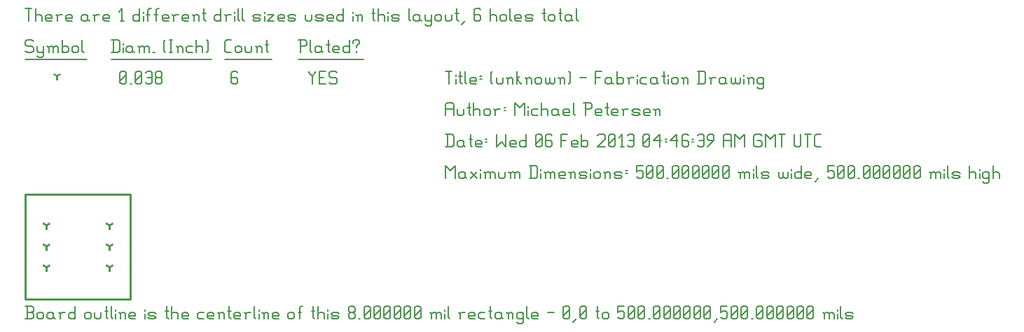
<source format=gbr>
G04 start of page 11 for group -3984 idx -3984 *
G04 Title: (unknown), fab *
G04 Creator: pcb 20110918 *
G04 CreationDate: Wed 06 Feb 2013 04:46:39 AM GMT UTC *
G04 For: petersen *
G04 Format: Gerber/RS-274X *
G04 PCB-Dimensions: 50000 50000 *
G04 PCB-Coordinate-Origin: lower left *
%MOIN*%
%FSLAX25Y25*%
%LNFAB*%
%ADD42C,0.0100*%
%ADD41C,0.0060*%
%ADD40C,0.0001*%
%ADD39R,0.0080X0.0080*%
G54D39*X40000Y35000D02*Y33400D01*
G54D40*G36*
X39454Y35147D02*X41533Y36346D01*
X41933Y35653D01*
X39853Y34454D01*
X39454Y35147D01*
G37*
G36*
X40147Y34454D02*X38067Y35653D01*
X38467Y36346D01*
X40546Y35147D01*
X40147Y34454D01*
G37*
G54D39*X10000Y25000D02*Y23400D01*
G54D40*G36*
X9454Y25147D02*X11533Y26346D01*
X11933Y25653D01*
X9853Y24454D01*
X9454Y25147D01*
G37*
G36*
X10147Y24454D02*X8067Y25653D01*
X8467Y26346D01*
X10546Y25147D01*
X10147Y24454D01*
G37*
G54D39*X10000Y15000D02*Y13400D01*
G54D40*G36*
X9454Y15147D02*X11533Y16346D01*
X11933Y15653D01*
X9853Y14454D01*
X9454Y15147D01*
G37*
G36*
X10147Y14454D02*X8067Y15653D01*
X8467Y16346D01*
X10546Y15147D01*
X10147Y14454D01*
G37*
G54D39*X40000Y25000D02*Y23400D01*
G54D40*G36*
X39454Y25147D02*X41533Y26346D01*
X41933Y25653D01*
X39853Y24454D01*
X39454Y25147D01*
G37*
G36*
X40147Y24454D02*X38067Y25653D01*
X38467Y26346D01*
X40546Y25147D01*
X40147Y24454D01*
G37*
G54D39*X10000Y35000D02*Y33400D01*
G54D40*G36*
X9454Y35147D02*X11533Y36346D01*
X11933Y35653D01*
X9853Y34454D01*
X9454Y35147D01*
G37*
G36*
X10147Y34454D02*X8067Y35653D01*
X8467Y36346D01*
X10546Y35147D01*
X10147Y34454D01*
G37*
G54D39*X40000Y15000D02*Y13400D01*
G54D40*G36*
X39454Y15147D02*X41533Y16346D01*
X41933Y15653D01*
X39853Y14454D01*
X39454Y15147D01*
G37*
G36*
X40147Y14454D02*X38067Y15653D01*
X38467Y16346D01*
X40546Y15147D01*
X40147Y14454D01*
G37*
G54D39*X15000Y106250D02*Y104650D01*
G54D40*G36*
X14454Y106397D02*X16533Y107596D01*
X16933Y106903D01*
X14853Y105704D01*
X14454Y106397D01*
G37*
G36*
X15147Y105704D02*X13067Y106903D01*
X13467Y107596D01*
X15546Y106397D01*
X15147Y105704D01*
G37*
G54D41*X135000Y108500D02*Y107750D01*
X136500Y106250D01*
X138000Y107750D01*
Y108500D02*Y107750D01*
X136500Y106250D02*Y102500D01*
X139800Y105500D02*X142050D01*
X139800Y102500D02*X142800D01*
X139800Y108500D02*Y102500D01*
Y108500D02*X142800D01*
X147600D02*X148350Y107750D01*
X145350Y108500D02*X147600D01*
X144600Y107750D02*X145350Y108500D01*
X144600Y107750D02*Y106250D01*
X145350Y105500D01*
X147600D01*
X148350Y104750D01*
Y103250D01*
X147600Y102500D02*X148350Y103250D01*
X145350Y102500D02*X147600D01*
X144600Y103250D02*X145350Y102500D01*
X100250Y108500D02*X101000Y107750D01*
X98750Y108500D02*X100250D01*
X98000Y107750D02*X98750Y108500D01*
X98000Y107750D02*Y103250D01*
X98750Y102500D01*
X100250Y105500D02*X101000Y104750D01*
X98000Y105500D02*X100250D01*
X98750Y102500D02*X100250D01*
X101000Y103250D01*
Y104750D02*Y103250D01*
X45000D02*X45750Y102500D01*
X45000Y107750D02*Y103250D01*
Y107750D02*X45750Y108500D01*
X47250D01*
X48000Y107750D01*
Y103250D01*
X47250Y102500D02*X48000Y103250D01*
X45750Y102500D02*X47250D01*
X45000Y104000D02*X48000Y107000D01*
X49800Y102500D02*X50550D01*
X52350Y103250D02*X53100Y102500D01*
X52350Y107750D02*Y103250D01*
Y107750D02*X53100Y108500D01*
X54600D01*
X55350Y107750D01*
Y103250D01*
X54600Y102500D02*X55350Y103250D01*
X53100Y102500D02*X54600D01*
X52350Y104000D02*X55350Y107000D01*
X57150Y107750D02*X57900Y108500D01*
X59400D01*
X60150Y107750D01*
Y103250D01*
X59400Y102500D02*X60150Y103250D01*
X57900Y102500D02*X59400D01*
X57150Y103250D02*X57900Y102500D01*
Y105500D02*X60150D01*
X61950Y103250D02*X62700Y102500D01*
X61950Y104750D02*Y103250D01*
Y104750D02*X62700Y105500D01*
X64200D01*
X64950Y104750D01*
Y103250D01*
X64200Y102500D02*X64950Y103250D01*
X62700Y102500D02*X64200D01*
X61950Y106250D02*X62700Y105500D01*
X61950Y107750D02*Y106250D01*
Y107750D02*X62700Y108500D01*
X64200D01*
X64950Y107750D01*
Y106250D01*
X64200Y105500D02*X64950Y106250D01*
X3000Y123500D02*X3750Y122750D01*
X750Y123500D02*X3000D01*
X0Y122750D02*X750Y123500D01*
X0Y122750D02*Y121250D01*
X750Y120500D01*
X3000D01*
X3750Y119750D01*
Y118250D01*
X3000Y117500D02*X3750Y118250D01*
X750Y117500D02*X3000D01*
X0Y118250D02*X750Y117500D01*
X5550Y120500D02*Y118250D01*
X6300Y117500D01*
X8550Y120500D02*Y116000D01*
X7800Y115250D02*X8550Y116000D01*
X6300Y115250D02*X7800D01*
X5550Y116000D02*X6300Y115250D01*
Y117500D02*X7800D01*
X8550Y118250D01*
X11100Y119750D02*Y117500D01*
Y119750D02*X11850Y120500D01*
X12600D01*
X13350Y119750D01*
Y117500D01*
Y119750D02*X14100Y120500D01*
X14850D01*
X15600Y119750D01*
Y117500D01*
X10350Y120500D02*X11100Y119750D01*
X17400Y123500D02*Y117500D01*
Y118250D02*X18150Y117500D01*
X19650D01*
X20400Y118250D01*
Y119750D02*Y118250D01*
X19650Y120500D02*X20400Y119750D01*
X18150Y120500D02*X19650D01*
X17400Y119750D02*X18150Y120500D01*
X22200Y119750D02*Y118250D01*
Y119750D02*X22950Y120500D01*
X24450D01*
X25200Y119750D01*
Y118250D01*
X24450Y117500D02*X25200Y118250D01*
X22950Y117500D02*X24450D01*
X22200Y118250D02*X22950Y117500D01*
X27000Y123500D02*Y118250D01*
X27750Y117500D01*
X0Y114250D02*X29250D01*
X41750Y123500D02*Y117500D01*
X44000Y123500D02*X44750Y122750D01*
Y118250D01*
X44000Y117500D02*X44750Y118250D01*
X41000Y117500D02*X44000D01*
X41000Y123500D02*X44000D01*
X46550Y122000D02*Y121250D01*
Y119750D02*Y117500D01*
X50300Y120500D02*X51050Y119750D01*
X48800Y120500D02*X50300D01*
X48050Y119750D02*X48800Y120500D01*
X48050Y119750D02*Y118250D01*
X48800Y117500D01*
X51050Y120500D02*Y118250D01*
X51800Y117500D01*
X48800D02*X50300D01*
X51050Y118250D01*
X54350Y119750D02*Y117500D01*
Y119750D02*X55100Y120500D01*
X55850D01*
X56600Y119750D01*
Y117500D01*
Y119750D02*X57350Y120500D01*
X58100D01*
X58850Y119750D01*
Y117500D01*
X53600Y120500D02*X54350Y119750D01*
X60650Y117500D02*X61400D01*
X65900Y118250D02*X66650Y117500D01*
X65900Y122750D02*X66650Y123500D01*
X65900Y122750D02*Y118250D01*
X68450Y123500D02*X69950D01*
X69200D02*Y117500D01*
X68450D02*X69950D01*
X72500Y119750D02*Y117500D01*
Y119750D02*X73250Y120500D01*
X74000D01*
X74750Y119750D01*
Y117500D01*
X71750Y120500D02*X72500Y119750D01*
X77300Y120500D02*X79550D01*
X76550Y119750D02*X77300Y120500D01*
X76550Y119750D02*Y118250D01*
X77300Y117500D01*
X79550D01*
X81350Y123500D02*Y117500D01*
Y119750D02*X82100Y120500D01*
X83600D01*
X84350Y119750D01*
Y117500D01*
X86150Y123500D02*X86900Y122750D01*
Y118250D01*
X86150Y117500D02*X86900Y118250D01*
X41000Y114250D02*X88700D01*
X95750Y117500D02*X98000D01*
X95000Y118250D02*X95750Y117500D01*
X95000Y122750D02*Y118250D01*
Y122750D02*X95750Y123500D01*
X98000D01*
X99800Y119750D02*Y118250D01*
Y119750D02*X100550Y120500D01*
X102050D01*
X102800Y119750D01*
Y118250D01*
X102050Y117500D02*X102800Y118250D01*
X100550Y117500D02*X102050D01*
X99800Y118250D02*X100550Y117500D01*
X104600Y120500D02*Y118250D01*
X105350Y117500D01*
X106850D01*
X107600Y118250D01*
Y120500D02*Y118250D01*
X110150Y119750D02*Y117500D01*
Y119750D02*X110900Y120500D01*
X111650D01*
X112400Y119750D01*
Y117500D01*
X109400Y120500D02*X110150Y119750D01*
X114950Y123500D02*Y118250D01*
X115700Y117500D01*
X114200Y121250D02*X115700D01*
X95000Y114250D02*X117200D01*
X130750Y123500D02*Y117500D01*
X130000Y123500D02*X133000D01*
X133750Y122750D01*
Y121250D01*
X133000Y120500D02*X133750Y121250D01*
X130750Y120500D02*X133000D01*
X135550Y123500D02*Y118250D01*
X136300Y117500D01*
X140050Y120500D02*X140800Y119750D01*
X138550Y120500D02*X140050D01*
X137800Y119750D02*X138550Y120500D01*
X137800Y119750D02*Y118250D01*
X138550Y117500D01*
X140800Y120500D02*Y118250D01*
X141550Y117500D01*
X138550D02*X140050D01*
X140800Y118250D01*
X144100Y123500D02*Y118250D01*
X144850Y117500D01*
X143350Y121250D02*X144850D01*
X147100Y117500D02*X149350D01*
X146350Y118250D02*X147100Y117500D01*
X146350Y119750D02*Y118250D01*
Y119750D02*X147100Y120500D01*
X148600D01*
X149350Y119750D01*
X146350Y119000D02*X149350D01*
Y119750D02*Y119000D01*
X154150Y123500D02*Y117500D01*
X153400D02*X154150Y118250D01*
X151900Y117500D02*X153400D01*
X151150Y118250D02*X151900Y117500D01*
X151150Y119750D02*Y118250D01*
Y119750D02*X151900Y120500D01*
X153400D01*
X154150Y119750D01*
X157450Y120500D02*Y119750D01*
Y118250D02*Y117500D01*
X155950Y122750D02*Y122000D01*
Y122750D02*X156700Y123500D01*
X158200D01*
X158950Y122750D01*
Y122000D01*
X157450Y120500D02*X158950Y122000D01*
X130000Y114250D02*X160750D01*
X0Y138500D02*X3000D01*
X1500D02*Y132500D01*
X4800Y138500D02*Y132500D01*
Y134750D02*X5550Y135500D01*
X7050D01*
X7800Y134750D01*
Y132500D01*
X10350D02*X12600D01*
X9600Y133250D02*X10350Y132500D01*
X9600Y134750D02*Y133250D01*
Y134750D02*X10350Y135500D01*
X11850D01*
X12600Y134750D01*
X9600Y134000D02*X12600D01*
Y134750D02*Y134000D01*
X15150Y134750D02*Y132500D01*
Y134750D02*X15900Y135500D01*
X17400D01*
X14400D02*X15150Y134750D01*
X19950Y132500D02*X22200D01*
X19200Y133250D02*X19950Y132500D01*
X19200Y134750D02*Y133250D01*
Y134750D02*X19950Y135500D01*
X21450D01*
X22200Y134750D01*
X19200Y134000D02*X22200D01*
Y134750D02*Y134000D01*
X28950Y135500D02*X29700Y134750D01*
X27450Y135500D02*X28950D01*
X26700Y134750D02*X27450Y135500D01*
X26700Y134750D02*Y133250D01*
X27450Y132500D01*
X29700Y135500D02*Y133250D01*
X30450Y132500D01*
X27450D02*X28950D01*
X29700Y133250D01*
X33000Y134750D02*Y132500D01*
Y134750D02*X33750Y135500D01*
X35250D01*
X32250D02*X33000Y134750D01*
X37800Y132500D02*X40050D01*
X37050Y133250D02*X37800Y132500D01*
X37050Y134750D02*Y133250D01*
Y134750D02*X37800Y135500D01*
X39300D01*
X40050Y134750D01*
X37050Y134000D02*X40050D01*
Y134750D02*Y134000D01*
X45300Y132500D02*X46800D01*
X46050Y138500D02*Y132500D01*
X44550Y137000D02*X46050Y138500D01*
X54300D02*Y132500D01*
X53550D02*X54300Y133250D01*
X52050Y132500D02*X53550D01*
X51300Y133250D02*X52050Y132500D01*
X51300Y134750D02*Y133250D01*
Y134750D02*X52050Y135500D01*
X53550D01*
X54300Y134750D01*
X56100Y137000D02*Y136250D01*
Y134750D02*Y132500D01*
X58350Y137750D02*Y132500D01*
Y137750D02*X59100Y138500D01*
X59850D01*
X57600Y135500D02*X59100D01*
X62100Y137750D02*Y132500D01*
Y137750D02*X62850Y138500D01*
X63600D01*
X61350Y135500D02*X62850D01*
X65850Y132500D02*X68100D01*
X65100Y133250D02*X65850Y132500D01*
X65100Y134750D02*Y133250D01*
Y134750D02*X65850Y135500D01*
X67350D01*
X68100Y134750D01*
X65100Y134000D02*X68100D01*
Y134750D02*Y134000D01*
X70650Y134750D02*Y132500D01*
Y134750D02*X71400Y135500D01*
X72900D01*
X69900D02*X70650Y134750D01*
X75450Y132500D02*X77700D01*
X74700Y133250D02*X75450Y132500D01*
X74700Y134750D02*Y133250D01*
Y134750D02*X75450Y135500D01*
X76950D01*
X77700Y134750D01*
X74700Y134000D02*X77700D01*
Y134750D02*Y134000D01*
X80250Y134750D02*Y132500D01*
Y134750D02*X81000Y135500D01*
X81750D01*
X82500Y134750D01*
Y132500D01*
X79500Y135500D02*X80250Y134750D01*
X85050Y138500D02*Y133250D01*
X85800Y132500D01*
X84300Y136250D02*X85800D01*
X93000Y138500D02*Y132500D01*
X92250D02*X93000Y133250D01*
X90750Y132500D02*X92250D01*
X90000Y133250D02*X90750Y132500D01*
X90000Y134750D02*Y133250D01*
Y134750D02*X90750Y135500D01*
X92250D01*
X93000Y134750D01*
X95550D02*Y132500D01*
Y134750D02*X96300Y135500D01*
X97800D01*
X94800D02*X95550Y134750D01*
X99600Y137000D02*Y136250D01*
Y134750D02*Y132500D01*
X101100Y138500D02*Y133250D01*
X101850Y132500D01*
X103350Y138500D02*Y133250D01*
X104100Y132500D01*
X109050D02*X111300D01*
X112050Y133250D01*
X111300Y134000D02*X112050Y133250D01*
X109050Y134000D02*X111300D01*
X108300Y134750D02*X109050Y134000D01*
X108300Y134750D02*X109050Y135500D01*
X111300D01*
X112050Y134750D01*
X108300Y133250D02*X109050Y132500D01*
X113850Y137000D02*Y136250D01*
Y134750D02*Y132500D01*
X115350Y135500D02*X118350D01*
X115350Y132500D02*X118350Y135500D01*
X115350Y132500D02*X118350D01*
X120900D02*X123150D01*
X120150Y133250D02*X120900Y132500D01*
X120150Y134750D02*Y133250D01*
Y134750D02*X120900Y135500D01*
X122400D01*
X123150Y134750D01*
X120150Y134000D02*X123150D01*
Y134750D02*Y134000D01*
X125700Y132500D02*X127950D01*
X128700Y133250D01*
X127950Y134000D02*X128700Y133250D01*
X125700Y134000D02*X127950D01*
X124950Y134750D02*X125700Y134000D01*
X124950Y134750D02*X125700Y135500D01*
X127950D01*
X128700Y134750D01*
X124950Y133250D02*X125700Y132500D01*
X133200Y135500D02*Y133250D01*
X133950Y132500D01*
X135450D01*
X136200Y133250D01*
Y135500D02*Y133250D01*
X138750Y132500D02*X141000D01*
X141750Y133250D01*
X141000Y134000D02*X141750Y133250D01*
X138750Y134000D02*X141000D01*
X138000Y134750D02*X138750Y134000D01*
X138000Y134750D02*X138750Y135500D01*
X141000D01*
X141750Y134750D01*
X138000Y133250D02*X138750Y132500D01*
X144300D02*X146550D01*
X143550Y133250D02*X144300Y132500D01*
X143550Y134750D02*Y133250D01*
Y134750D02*X144300Y135500D01*
X145800D01*
X146550Y134750D01*
X143550Y134000D02*X146550D01*
Y134750D02*Y134000D01*
X151350Y138500D02*Y132500D01*
X150600D02*X151350Y133250D01*
X149100Y132500D02*X150600D01*
X148350Y133250D02*X149100Y132500D01*
X148350Y134750D02*Y133250D01*
Y134750D02*X149100Y135500D01*
X150600D01*
X151350Y134750D01*
X155850Y137000D02*Y136250D01*
Y134750D02*Y132500D01*
X158100Y134750D02*Y132500D01*
Y134750D02*X158850Y135500D01*
X159600D01*
X160350Y134750D01*
Y132500D01*
X157350Y135500D02*X158100Y134750D01*
X165600Y138500D02*Y133250D01*
X166350Y132500D01*
X164850Y136250D02*X166350D01*
X167850Y138500D02*Y132500D01*
Y134750D02*X168600Y135500D01*
X170100D01*
X170850Y134750D01*
Y132500D01*
X172650Y137000D02*Y136250D01*
Y134750D02*Y132500D01*
X174900D02*X177150D01*
X177900Y133250D01*
X177150Y134000D02*X177900Y133250D01*
X174900Y134000D02*X177150D01*
X174150Y134750D02*X174900Y134000D01*
X174150Y134750D02*X174900Y135500D01*
X177150D01*
X177900Y134750D01*
X174150Y133250D02*X174900Y132500D01*
X182400Y138500D02*Y133250D01*
X183150Y132500D01*
X186900Y135500D02*X187650Y134750D01*
X185400Y135500D02*X186900D01*
X184650Y134750D02*X185400Y135500D01*
X184650Y134750D02*Y133250D01*
X185400Y132500D01*
X187650Y135500D02*Y133250D01*
X188400Y132500D01*
X185400D02*X186900D01*
X187650Y133250D01*
X190200Y135500D02*Y133250D01*
X190950Y132500D01*
X193200Y135500D02*Y131000D01*
X192450Y130250D02*X193200Y131000D01*
X190950Y130250D02*X192450D01*
X190200Y131000D02*X190950Y130250D01*
Y132500D02*X192450D01*
X193200Y133250D01*
X195000Y134750D02*Y133250D01*
Y134750D02*X195750Y135500D01*
X197250D01*
X198000Y134750D01*
Y133250D01*
X197250Y132500D02*X198000Y133250D01*
X195750Y132500D02*X197250D01*
X195000Y133250D02*X195750Y132500D01*
X199800Y135500D02*Y133250D01*
X200550Y132500D01*
X202050D01*
X202800Y133250D01*
Y135500D02*Y133250D01*
X205350Y138500D02*Y133250D01*
X206100Y132500D01*
X204600Y136250D02*X206100D01*
X207600Y131000D02*X209100Y132500D01*
X215850Y138500D02*X216600Y137750D01*
X214350Y138500D02*X215850D01*
X213600Y137750D02*X214350Y138500D01*
X213600Y137750D02*Y133250D01*
X214350Y132500D01*
X215850Y135500D02*X216600Y134750D01*
X213600Y135500D02*X215850D01*
X214350Y132500D02*X215850D01*
X216600Y133250D01*
Y134750D02*Y133250D01*
X221100Y138500D02*Y132500D01*
Y134750D02*X221850Y135500D01*
X223350D01*
X224100Y134750D01*
Y132500D01*
X225900Y134750D02*Y133250D01*
Y134750D02*X226650Y135500D01*
X228150D01*
X228900Y134750D01*
Y133250D01*
X228150Y132500D02*X228900Y133250D01*
X226650Y132500D02*X228150D01*
X225900Y133250D02*X226650Y132500D01*
X230700Y138500D02*Y133250D01*
X231450Y132500D01*
X233700D02*X235950D01*
X232950Y133250D02*X233700Y132500D01*
X232950Y134750D02*Y133250D01*
Y134750D02*X233700Y135500D01*
X235200D01*
X235950Y134750D01*
X232950Y134000D02*X235950D01*
Y134750D02*Y134000D01*
X238500Y132500D02*X240750D01*
X241500Y133250D01*
X240750Y134000D02*X241500Y133250D01*
X238500Y134000D02*X240750D01*
X237750Y134750D02*X238500Y134000D01*
X237750Y134750D02*X238500Y135500D01*
X240750D01*
X241500Y134750D01*
X237750Y133250D02*X238500Y132500D01*
X246750Y138500D02*Y133250D01*
X247500Y132500D01*
X246000Y136250D02*X247500D01*
X249000Y134750D02*Y133250D01*
Y134750D02*X249750Y135500D01*
X251250D01*
X252000Y134750D01*
Y133250D01*
X251250Y132500D02*X252000Y133250D01*
X249750Y132500D02*X251250D01*
X249000Y133250D02*X249750Y132500D01*
X254550Y138500D02*Y133250D01*
X255300Y132500D01*
X253800Y136250D02*X255300D01*
X259050Y135500D02*X259800Y134750D01*
X257550Y135500D02*X259050D01*
X256800Y134750D02*X257550Y135500D01*
X256800Y134750D02*Y133250D01*
X257550Y132500D01*
X259800Y135500D02*Y133250D01*
X260550Y132500D01*
X257550D02*X259050D01*
X259800Y133250D01*
X262350Y138500D02*Y133250D01*
X263100Y132500D01*
G54D42*X0Y50000D02*X50000D01*
X0D02*Y0D01*
X50000Y50000D02*Y0D01*
X0D02*X50000D01*
G54D41*X200000Y63500D02*Y57500D01*
Y63500D02*X202250Y61250D01*
X204500Y63500D01*
Y57500D01*
X208550Y60500D02*X209300Y59750D01*
X207050Y60500D02*X208550D01*
X206300Y59750D02*X207050Y60500D01*
X206300Y59750D02*Y58250D01*
X207050Y57500D01*
X209300Y60500D02*Y58250D01*
X210050Y57500D01*
X207050D02*X208550D01*
X209300Y58250D01*
X211850Y60500D02*X214850Y57500D01*
X211850D02*X214850Y60500D01*
X216650Y62000D02*Y61250D01*
Y59750D02*Y57500D01*
X218900Y59750D02*Y57500D01*
Y59750D02*X219650Y60500D01*
X220400D01*
X221150Y59750D01*
Y57500D01*
Y59750D02*X221900Y60500D01*
X222650D01*
X223400Y59750D01*
Y57500D01*
X218150Y60500D02*X218900Y59750D01*
X225200Y60500D02*Y58250D01*
X225950Y57500D01*
X227450D01*
X228200Y58250D01*
Y60500D02*Y58250D01*
X230750Y59750D02*Y57500D01*
Y59750D02*X231500Y60500D01*
X232250D01*
X233000Y59750D01*
Y57500D01*
Y59750D02*X233750Y60500D01*
X234500D01*
X235250Y59750D01*
Y57500D01*
X230000Y60500D02*X230750Y59750D01*
X240500Y63500D02*Y57500D01*
X242750Y63500D02*X243500Y62750D01*
Y58250D01*
X242750Y57500D02*X243500Y58250D01*
X239750Y57500D02*X242750D01*
X239750Y63500D02*X242750D01*
X245300Y62000D02*Y61250D01*
Y59750D02*Y57500D01*
X247550Y59750D02*Y57500D01*
Y59750D02*X248300Y60500D01*
X249050D01*
X249800Y59750D01*
Y57500D01*
Y59750D02*X250550Y60500D01*
X251300D01*
X252050Y59750D01*
Y57500D01*
X246800Y60500D02*X247550Y59750D01*
X254600Y57500D02*X256850D01*
X253850Y58250D02*X254600Y57500D01*
X253850Y59750D02*Y58250D01*
Y59750D02*X254600Y60500D01*
X256100D01*
X256850Y59750D01*
X253850Y59000D02*X256850D01*
Y59750D02*Y59000D01*
X259400Y59750D02*Y57500D01*
Y59750D02*X260150Y60500D01*
X260900D01*
X261650Y59750D01*
Y57500D01*
X258650Y60500D02*X259400Y59750D01*
X264200Y57500D02*X266450D01*
X267200Y58250D01*
X266450Y59000D02*X267200Y58250D01*
X264200Y59000D02*X266450D01*
X263450Y59750D02*X264200Y59000D01*
X263450Y59750D02*X264200Y60500D01*
X266450D01*
X267200Y59750D01*
X263450Y58250D02*X264200Y57500D01*
X269000Y62000D02*Y61250D01*
Y59750D02*Y57500D01*
X270500Y59750D02*Y58250D01*
Y59750D02*X271250Y60500D01*
X272750D01*
X273500Y59750D01*
Y58250D01*
X272750Y57500D02*X273500Y58250D01*
X271250Y57500D02*X272750D01*
X270500Y58250D02*X271250Y57500D01*
X276050Y59750D02*Y57500D01*
Y59750D02*X276800Y60500D01*
X277550D01*
X278300Y59750D01*
Y57500D01*
X275300Y60500D02*X276050Y59750D01*
X280850Y57500D02*X283100D01*
X283850Y58250D01*
X283100Y59000D02*X283850Y58250D01*
X280850Y59000D02*X283100D01*
X280100Y59750D02*X280850Y59000D01*
X280100Y59750D02*X280850Y60500D01*
X283100D01*
X283850Y59750D01*
X280100Y58250D02*X280850Y57500D01*
X285650Y61250D02*X286400D01*
X285650Y59750D02*X286400D01*
X290900Y63500D02*X293900D01*
X290900D02*Y60500D01*
X291650Y61250D01*
X293150D01*
X293900Y60500D01*
Y58250D01*
X293150Y57500D02*X293900Y58250D01*
X291650Y57500D02*X293150D01*
X290900Y58250D02*X291650Y57500D01*
X295700Y58250D02*X296450Y57500D01*
X295700Y62750D02*Y58250D01*
Y62750D02*X296450Y63500D01*
X297950D01*
X298700Y62750D01*
Y58250D01*
X297950Y57500D02*X298700Y58250D01*
X296450Y57500D02*X297950D01*
X295700Y59000D02*X298700Y62000D01*
X300500Y58250D02*X301250Y57500D01*
X300500Y62750D02*Y58250D01*
Y62750D02*X301250Y63500D01*
X302750D01*
X303500Y62750D01*
Y58250D01*
X302750Y57500D02*X303500Y58250D01*
X301250Y57500D02*X302750D01*
X300500Y59000D02*X303500Y62000D01*
X305300Y57500D02*X306050D01*
X307850Y58250D02*X308600Y57500D01*
X307850Y62750D02*Y58250D01*
Y62750D02*X308600Y63500D01*
X310100D01*
X310850Y62750D01*
Y58250D01*
X310100Y57500D02*X310850Y58250D01*
X308600Y57500D02*X310100D01*
X307850Y59000D02*X310850Y62000D01*
X312650Y58250D02*X313400Y57500D01*
X312650Y62750D02*Y58250D01*
Y62750D02*X313400Y63500D01*
X314900D01*
X315650Y62750D01*
Y58250D01*
X314900Y57500D02*X315650Y58250D01*
X313400Y57500D02*X314900D01*
X312650Y59000D02*X315650Y62000D01*
X317450Y58250D02*X318200Y57500D01*
X317450Y62750D02*Y58250D01*
Y62750D02*X318200Y63500D01*
X319700D01*
X320450Y62750D01*
Y58250D01*
X319700Y57500D02*X320450Y58250D01*
X318200Y57500D02*X319700D01*
X317450Y59000D02*X320450Y62000D01*
X322250Y58250D02*X323000Y57500D01*
X322250Y62750D02*Y58250D01*
Y62750D02*X323000Y63500D01*
X324500D01*
X325250Y62750D01*
Y58250D01*
X324500Y57500D02*X325250Y58250D01*
X323000Y57500D02*X324500D01*
X322250Y59000D02*X325250Y62000D01*
X327050Y58250D02*X327800Y57500D01*
X327050Y62750D02*Y58250D01*
Y62750D02*X327800Y63500D01*
X329300D01*
X330050Y62750D01*
Y58250D01*
X329300Y57500D02*X330050Y58250D01*
X327800Y57500D02*X329300D01*
X327050Y59000D02*X330050Y62000D01*
X331850Y58250D02*X332600Y57500D01*
X331850Y62750D02*Y58250D01*
Y62750D02*X332600Y63500D01*
X334100D01*
X334850Y62750D01*
Y58250D01*
X334100Y57500D02*X334850Y58250D01*
X332600Y57500D02*X334100D01*
X331850Y59000D02*X334850Y62000D01*
X340100Y59750D02*Y57500D01*
Y59750D02*X340850Y60500D01*
X341600D01*
X342350Y59750D01*
Y57500D01*
Y59750D02*X343100Y60500D01*
X343850D01*
X344600Y59750D01*
Y57500D01*
X339350Y60500D02*X340100Y59750D01*
X346400Y62000D02*Y61250D01*
Y59750D02*Y57500D01*
X347900Y63500D02*Y58250D01*
X348650Y57500D01*
X350900D02*X353150D01*
X353900Y58250D01*
X353150Y59000D02*X353900Y58250D01*
X350900Y59000D02*X353150D01*
X350150Y59750D02*X350900Y59000D01*
X350150Y59750D02*X350900Y60500D01*
X353150D01*
X353900Y59750D01*
X350150Y58250D02*X350900Y57500D01*
X358400Y60500D02*Y58250D01*
X359150Y57500D01*
X359900D01*
X360650Y58250D01*
Y60500D02*Y58250D01*
X361400Y57500D01*
X362150D01*
X362900Y58250D01*
Y60500D02*Y58250D01*
X364700Y62000D02*Y61250D01*
Y59750D02*Y57500D01*
X369200Y63500D02*Y57500D01*
X368450D02*X369200Y58250D01*
X366950Y57500D02*X368450D01*
X366200Y58250D02*X366950Y57500D01*
X366200Y59750D02*Y58250D01*
Y59750D02*X366950Y60500D01*
X368450D01*
X369200Y59750D01*
X371750Y57500D02*X374000D01*
X371000Y58250D02*X371750Y57500D01*
X371000Y59750D02*Y58250D01*
Y59750D02*X371750Y60500D01*
X373250D01*
X374000Y59750D01*
X371000Y59000D02*X374000D01*
Y59750D02*Y59000D01*
X375800Y56000D02*X377300Y57500D01*
X381800Y63500D02*X384800D01*
X381800D02*Y60500D01*
X382550Y61250D01*
X384050D01*
X384800Y60500D01*
Y58250D01*
X384050Y57500D02*X384800Y58250D01*
X382550Y57500D02*X384050D01*
X381800Y58250D02*X382550Y57500D01*
X386600Y58250D02*X387350Y57500D01*
X386600Y62750D02*Y58250D01*
Y62750D02*X387350Y63500D01*
X388850D01*
X389600Y62750D01*
Y58250D01*
X388850Y57500D02*X389600Y58250D01*
X387350Y57500D02*X388850D01*
X386600Y59000D02*X389600Y62000D01*
X391400Y58250D02*X392150Y57500D01*
X391400Y62750D02*Y58250D01*
Y62750D02*X392150Y63500D01*
X393650D01*
X394400Y62750D01*
Y58250D01*
X393650Y57500D02*X394400Y58250D01*
X392150Y57500D02*X393650D01*
X391400Y59000D02*X394400Y62000D01*
X396200Y57500D02*X396950D01*
X398750Y58250D02*X399500Y57500D01*
X398750Y62750D02*Y58250D01*
Y62750D02*X399500Y63500D01*
X401000D01*
X401750Y62750D01*
Y58250D01*
X401000Y57500D02*X401750Y58250D01*
X399500Y57500D02*X401000D01*
X398750Y59000D02*X401750Y62000D01*
X403550Y58250D02*X404300Y57500D01*
X403550Y62750D02*Y58250D01*
Y62750D02*X404300Y63500D01*
X405800D01*
X406550Y62750D01*
Y58250D01*
X405800Y57500D02*X406550Y58250D01*
X404300Y57500D02*X405800D01*
X403550Y59000D02*X406550Y62000D01*
X408350Y58250D02*X409100Y57500D01*
X408350Y62750D02*Y58250D01*
Y62750D02*X409100Y63500D01*
X410600D01*
X411350Y62750D01*
Y58250D01*
X410600Y57500D02*X411350Y58250D01*
X409100Y57500D02*X410600D01*
X408350Y59000D02*X411350Y62000D01*
X413150Y58250D02*X413900Y57500D01*
X413150Y62750D02*Y58250D01*
Y62750D02*X413900Y63500D01*
X415400D01*
X416150Y62750D01*
Y58250D01*
X415400Y57500D02*X416150Y58250D01*
X413900Y57500D02*X415400D01*
X413150Y59000D02*X416150Y62000D01*
X417950Y58250D02*X418700Y57500D01*
X417950Y62750D02*Y58250D01*
Y62750D02*X418700Y63500D01*
X420200D01*
X420950Y62750D01*
Y58250D01*
X420200Y57500D02*X420950Y58250D01*
X418700Y57500D02*X420200D01*
X417950Y59000D02*X420950Y62000D01*
X422750Y58250D02*X423500Y57500D01*
X422750Y62750D02*Y58250D01*
Y62750D02*X423500Y63500D01*
X425000D01*
X425750Y62750D01*
Y58250D01*
X425000Y57500D02*X425750Y58250D01*
X423500Y57500D02*X425000D01*
X422750Y59000D02*X425750Y62000D01*
X431000Y59750D02*Y57500D01*
Y59750D02*X431750Y60500D01*
X432500D01*
X433250Y59750D01*
Y57500D01*
Y59750D02*X434000Y60500D01*
X434750D01*
X435500Y59750D01*
Y57500D01*
X430250Y60500D02*X431000Y59750D01*
X437300Y62000D02*Y61250D01*
Y59750D02*Y57500D01*
X438800Y63500D02*Y58250D01*
X439550Y57500D01*
X441800D02*X444050D01*
X444800Y58250D01*
X444050Y59000D02*X444800Y58250D01*
X441800Y59000D02*X444050D01*
X441050Y59750D02*X441800Y59000D01*
X441050Y59750D02*X441800Y60500D01*
X444050D01*
X444800Y59750D01*
X441050Y58250D02*X441800Y57500D01*
X449300Y63500D02*Y57500D01*
Y59750D02*X450050Y60500D01*
X451550D01*
X452300Y59750D01*
Y57500D01*
X454100Y62000D02*Y61250D01*
Y59750D02*Y57500D01*
X457850Y60500D02*X458600Y59750D01*
X456350Y60500D02*X457850D01*
X455600Y59750D02*X456350Y60500D01*
X455600Y59750D02*Y58250D01*
X456350Y57500D01*
X457850D01*
X458600Y58250D01*
X455600Y56000D02*X456350Y55250D01*
X457850D01*
X458600Y56000D01*
Y60500D02*Y56000D01*
X460400Y63500D02*Y57500D01*
Y59750D02*X461150Y60500D01*
X462650D01*
X463400Y59750D01*
Y57500D01*
X0Y-9500D02*X3000D01*
X3750Y-8750D01*
Y-7250D02*Y-8750D01*
X3000Y-6500D02*X3750Y-7250D01*
X750Y-6500D02*X3000D01*
X750Y-3500D02*Y-9500D01*
X0Y-3500D02*X3000D01*
X3750Y-4250D01*
Y-5750D01*
X3000Y-6500D02*X3750Y-5750D01*
X5550Y-7250D02*Y-8750D01*
Y-7250D02*X6300Y-6500D01*
X7800D01*
X8550Y-7250D01*
Y-8750D01*
X7800Y-9500D02*X8550Y-8750D01*
X6300Y-9500D02*X7800D01*
X5550Y-8750D02*X6300Y-9500D01*
X12600Y-6500D02*X13350Y-7250D01*
X11100Y-6500D02*X12600D01*
X10350Y-7250D02*X11100Y-6500D01*
X10350Y-7250D02*Y-8750D01*
X11100Y-9500D01*
X13350Y-6500D02*Y-8750D01*
X14100Y-9500D01*
X11100D02*X12600D01*
X13350Y-8750D01*
X16650Y-7250D02*Y-9500D01*
Y-7250D02*X17400Y-6500D01*
X18900D01*
X15900D02*X16650Y-7250D01*
X23700Y-3500D02*Y-9500D01*
X22950D02*X23700Y-8750D01*
X21450Y-9500D02*X22950D01*
X20700Y-8750D02*X21450Y-9500D01*
X20700Y-7250D02*Y-8750D01*
Y-7250D02*X21450Y-6500D01*
X22950D01*
X23700Y-7250D01*
X28200D02*Y-8750D01*
Y-7250D02*X28950Y-6500D01*
X30450D01*
X31200Y-7250D01*
Y-8750D01*
X30450Y-9500D02*X31200Y-8750D01*
X28950Y-9500D02*X30450D01*
X28200Y-8750D02*X28950Y-9500D01*
X33000Y-6500D02*Y-8750D01*
X33750Y-9500D01*
X35250D01*
X36000Y-8750D01*
Y-6500D02*Y-8750D01*
X38550Y-3500D02*Y-8750D01*
X39300Y-9500D01*
X37800Y-5750D02*X39300D01*
X40800Y-3500D02*Y-8750D01*
X41550Y-9500D01*
X43050Y-5000D02*Y-5750D01*
Y-7250D02*Y-9500D01*
X45300Y-7250D02*Y-9500D01*
Y-7250D02*X46050Y-6500D01*
X46800D01*
X47550Y-7250D01*
Y-9500D01*
X44550Y-6500D02*X45300Y-7250D01*
X50100Y-9500D02*X52350D01*
X49350Y-8750D02*X50100Y-9500D01*
X49350Y-7250D02*Y-8750D01*
Y-7250D02*X50100Y-6500D01*
X51600D01*
X52350Y-7250D01*
X49350Y-8000D02*X52350D01*
Y-7250D02*Y-8000D01*
X56850Y-5000D02*Y-5750D01*
Y-7250D02*Y-9500D01*
X59100D02*X61350D01*
X62100Y-8750D01*
X61350Y-8000D02*X62100Y-8750D01*
X59100Y-8000D02*X61350D01*
X58350Y-7250D02*X59100Y-8000D01*
X58350Y-7250D02*X59100Y-6500D01*
X61350D01*
X62100Y-7250D01*
X58350Y-8750D02*X59100Y-9500D01*
X67350Y-3500D02*Y-8750D01*
X68100Y-9500D01*
X66600Y-5750D02*X68100D01*
X69600Y-3500D02*Y-9500D01*
Y-7250D02*X70350Y-6500D01*
X71850D01*
X72600Y-7250D01*
Y-9500D01*
X75150D02*X77400D01*
X74400Y-8750D02*X75150Y-9500D01*
X74400Y-7250D02*Y-8750D01*
Y-7250D02*X75150Y-6500D01*
X76650D01*
X77400Y-7250D01*
X74400Y-8000D02*X77400D01*
Y-7250D02*Y-8000D01*
X82650Y-6500D02*X84900D01*
X81900Y-7250D02*X82650Y-6500D01*
X81900Y-7250D02*Y-8750D01*
X82650Y-9500D01*
X84900D01*
X87450D02*X89700D01*
X86700Y-8750D02*X87450Y-9500D01*
X86700Y-7250D02*Y-8750D01*
Y-7250D02*X87450Y-6500D01*
X88950D01*
X89700Y-7250D01*
X86700Y-8000D02*X89700D01*
Y-7250D02*Y-8000D01*
X92250Y-7250D02*Y-9500D01*
Y-7250D02*X93000Y-6500D01*
X93750D01*
X94500Y-7250D01*
Y-9500D01*
X91500Y-6500D02*X92250Y-7250D01*
X97050Y-3500D02*Y-8750D01*
X97800Y-9500D01*
X96300Y-5750D02*X97800D01*
X100050Y-9500D02*X102300D01*
X99300Y-8750D02*X100050Y-9500D01*
X99300Y-7250D02*Y-8750D01*
Y-7250D02*X100050Y-6500D01*
X101550D01*
X102300Y-7250D01*
X99300Y-8000D02*X102300D01*
Y-7250D02*Y-8000D01*
X104850Y-7250D02*Y-9500D01*
Y-7250D02*X105600Y-6500D01*
X107100D01*
X104100D02*X104850Y-7250D01*
X108900Y-3500D02*Y-8750D01*
X109650Y-9500D01*
X111150Y-5000D02*Y-5750D01*
Y-7250D02*Y-9500D01*
X113400Y-7250D02*Y-9500D01*
Y-7250D02*X114150Y-6500D01*
X114900D01*
X115650Y-7250D01*
Y-9500D01*
X112650Y-6500D02*X113400Y-7250D01*
X118200Y-9500D02*X120450D01*
X117450Y-8750D02*X118200Y-9500D01*
X117450Y-7250D02*Y-8750D01*
Y-7250D02*X118200Y-6500D01*
X119700D01*
X120450Y-7250D01*
X117450Y-8000D02*X120450D01*
Y-7250D02*Y-8000D01*
X124950Y-7250D02*Y-8750D01*
Y-7250D02*X125700Y-6500D01*
X127200D01*
X127950Y-7250D01*
Y-8750D01*
X127200Y-9500D02*X127950Y-8750D01*
X125700Y-9500D02*X127200D01*
X124950Y-8750D02*X125700Y-9500D01*
X130500Y-4250D02*Y-9500D01*
Y-4250D02*X131250Y-3500D01*
X132000D01*
X129750Y-6500D02*X131250D01*
X136950Y-3500D02*Y-8750D01*
X137700Y-9500D01*
X136200Y-5750D02*X137700D01*
X139200Y-3500D02*Y-9500D01*
Y-7250D02*X139950Y-6500D01*
X141450D01*
X142200Y-7250D01*
Y-9500D01*
X144000Y-5000D02*Y-5750D01*
Y-7250D02*Y-9500D01*
X146250D02*X148500D01*
X149250Y-8750D01*
X148500Y-8000D02*X149250Y-8750D01*
X146250Y-8000D02*X148500D01*
X145500Y-7250D02*X146250Y-8000D01*
X145500Y-7250D02*X146250Y-6500D01*
X148500D01*
X149250Y-7250D01*
X145500Y-8750D02*X146250Y-9500D01*
X153750Y-8750D02*X154500Y-9500D01*
X153750Y-7250D02*Y-8750D01*
Y-7250D02*X154500Y-6500D01*
X156000D01*
X156750Y-7250D01*
Y-8750D01*
X156000Y-9500D02*X156750Y-8750D01*
X154500Y-9500D02*X156000D01*
X153750Y-5750D02*X154500Y-6500D01*
X153750Y-4250D02*Y-5750D01*
Y-4250D02*X154500Y-3500D01*
X156000D01*
X156750Y-4250D01*
Y-5750D01*
X156000Y-6500D02*X156750Y-5750D01*
X158550Y-9500D02*X159300D01*
X161100Y-8750D02*X161850Y-9500D01*
X161100Y-4250D02*Y-8750D01*
Y-4250D02*X161850Y-3500D01*
X163350D01*
X164100Y-4250D01*
Y-8750D01*
X163350Y-9500D02*X164100Y-8750D01*
X161850Y-9500D02*X163350D01*
X161100Y-8000D02*X164100Y-5000D01*
X165900Y-8750D02*X166650Y-9500D01*
X165900Y-4250D02*Y-8750D01*
Y-4250D02*X166650Y-3500D01*
X168150D01*
X168900Y-4250D01*
Y-8750D01*
X168150Y-9500D02*X168900Y-8750D01*
X166650Y-9500D02*X168150D01*
X165900Y-8000D02*X168900Y-5000D01*
X170700Y-8750D02*X171450Y-9500D01*
X170700Y-4250D02*Y-8750D01*
Y-4250D02*X171450Y-3500D01*
X172950D01*
X173700Y-4250D01*
Y-8750D01*
X172950Y-9500D02*X173700Y-8750D01*
X171450Y-9500D02*X172950D01*
X170700Y-8000D02*X173700Y-5000D01*
X175500Y-8750D02*X176250Y-9500D01*
X175500Y-4250D02*Y-8750D01*
Y-4250D02*X176250Y-3500D01*
X177750D01*
X178500Y-4250D01*
Y-8750D01*
X177750Y-9500D02*X178500Y-8750D01*
X176250Y-9500D02*X177750D01*
X175500Y-8000D02*X178500Y-5000D01*
X180300Y-8750D02*X181050Y-9500D01*
X180300Y-4250D02*Y-8750D01*
Y-4250D02*X181050Y-3500D01*
X182550D01*
X183300Y-4250D01*
Y-8750D01*
X182550Y-9500D02*X183300Y-8750D01*
X181050Y-9500D02*X182550D01*
X180300Y-8000D02*X183300Y-5000D01*
X185100Y-8750D02*X185850Y-9500D01*
X185100Y-4250D02*Y-8750D01*
Y-4250D02*X185850Y-3500D01*
X187350D01*
X188100Y-4250D01*
Y-8750D01*
X187350Y-9500D02*X188100Y-8750D01*
X185850Y-9500D02*X187350D01*
X185100Y-8000D02*X188100Y-5000D01*
X193350Y-7250D02*Y-9500D01*
Y-7250D02*X194100Y-6500D01*
X194850D01*
X195600Y-7250D01*
Y-9500D01*
Y-7250D02*X196350Y-6500D01*
X197100D01*
X197850Y-7250D01*
Y-9500D01*
X192600Y-6500D02*X193350Y-7250D01*
X199650Y-5000D02*Y-5750D01*
Y-7250D02*Y-9500D01*
X201150Y-3500D02*Y-8750D01*
X201900Y-9500D01*
X206850Y-7250D02*Y-9500D01*
Y-7250D02*X207600Y-6500D01*
X209100D01*
X206100D02*X206850Y-7250D01*
X211650Y-9500D02*X213900D01*
X210900Y-8750D02*X211650Y-9500D01*
X210900Y-7250D02*Y-8750D01*
Y-7250D02*X211650Y-6500D01*
X213150D01*
X213900Y-7250D01*
X210900Y-8000D02*X213900D01*
Y-7250D02*Y-8000D01*
X216450Y-6500D02*X218700D01*
X215700Y-7250D02*X216450Y-6500D01*
X215700Y-7250D02*Y-8750D01*
X216450Y-9500D01*
X218700D01*
X221250Y-3500D02*Y-8750D01*
X222000Y-9500D01*
X220500Y-5750D02*X222000D01*
X225750Y-6500D02*X226500Y-7250D01*
X224250Y-6500D02*X225750D01*
X223500Y-7250D02*X224250Y-6500D01*
X223500Y-7250D02*Y-8750D01*
X224250Y-9500D01*
X226500Y-6500D02*Y-8750D01*
X227250Y-9500D01*
X224250D02*X225750D01*
X226500Y-8750D01*
X229800Y-7250D02*Y-9500D01*
Y-7250D02*X230550Y-6500D01*
X231300D01*
X232050Y-7250D01*
Y-9500D01*
X229050Y-6500D02*X229800Y-7250D01*
X236100Y-6500D02*X236850Y-7250D01*
X234600Y-6500D02*X236100D01*
X233850Y-7250D02*X234600Y-6500D01*
X233850Y-7250D02*Y-8750D01*
X234600Y-9500D01*
X236100D01*
X236850Y-8750D01*
X233850Y-11000D02*X234600Y-11750D01*
X236100D01*
X236850Y-11000D01*
Y-6500D02*Y-11000D01*
X238650Y-3500D02*Y-8750D01*
X239400Y-9500D01*
X241650D02*X243900D01*
X240900Y-8750D02*X241650Y-9500D01*
X240900Y-7250D02*Y-8750D01*
Y-7250D02*X241650Y-6500D01*
X243150D01*
X243900Y-7250D01*
X240900Y-8000D02*X243900D01*
Y-7250D02*Y-8000D01*
X248400Y-6500D02*X251400D01*
X255900Y-8750D02*X256650Y-9500D01*
X255900Y-4250D02*Y-8750D01*
Y-4250D02*X256650Y-3500D01*
X258150D01*
X258900Y-4250D01*
Y-8750D01*
X258150Y-9500D02*X258900Y-8750D01*
X256650Y-9500D02*X258150D01*
X255900Y-8000D02*X258900Y-5000D01*
X260700Y-11000D02*X262200Y-9500D01*
X264000Y-8750D02*X264750Y-9500D01*
X264000Y-4250D02*Y-8750D01*
Y-4250D02*X264750Y-3500D01*
X266250D01*
X267000Y-4250D01*
Y-8750D01*
X266250Y-9500D02*X267000Y-8750D01*
X264750Y-9500D02*X266250D01*
X264000Y-8000D02*X267000Y-5000D01*
X272250Y-3500D02*Y-8750D01*
X273000Y-9500D01*
X271500Y-5750D02*X273000D01*
X274500Y-7250D02*Y-8750D01*
Y-7250D02*X275250Y-6500D01*
X276750D01*
X277500Y-7250D01*
Y-8750D01*
X276750Y-9500D02*X277500Y-8750D01*
X275250Y-9500D02*X276750D01*
X274500Y-8750D02*X275250Y-9500D01*
X282000Y-3500D02*X285000D01*
X282000D02*Y-6500D01*
X282750Y-5750D01*
X284250D01*
X285000Y-6500D01*
Y-8750D01*
X284250Y-9500D02*X285000Y-8750D01*
X282750Y-9500D02*X284250D01*
X282000Y-8750D02*X282750Y-9500D01*
X286800Y-8750D02*X287550Y-9500D01*
X286800Y-4250D02*Y-8750D01*
Y-4250D02*X287550Y-3500D01*
X289050D01*
X289800Y-4250D01*
Y-8750D01*
X289050Y-9500D02*X289800Y-8750D01*
X287550Y-9500D02*X289050D01*
X286800Y-8000D02*X289800Y-5000D01*
X291600Y-8750D02*X292350Y-9500D01*
X291600Y-4250D02*Y-8750D01*
Y-4250D02*X292350Y-3500D01*
X293850D01*
X294600Y-4250D01*
Y-8750D01*
X293850Y-9500D02*X294600Y-8750D01*
X292350Y-9500D02*X293850D01*
X291600Y-8000D02*X294600Y-5000D01*
X296400Y-9500D02*X297150D01*
X298950Y-8750D02*X299700Y-9500D01*
X298950Y-4250D02*Y-8750D01*
Y-4250D02*X299700Y-3500D01*
X301200D01*
X301950Y-4250D01*
Y-8750D01*
X301200Y-9500D02*X301950Y-8750D01*
X299700Y-9500D02*X301200D01*
X298950Y-8000D02*X301950Y-5000D01*
X303750Y-8750D02*X304500Y-9500D01*
X303750Y-4250D02*Y-8750D01*
Y-4250D02*X304500Y-3500D01*
X306000D01*
X306750Y-4250D01*
Y-8750D01*
X306000Y-9500D02*X306750Y-8750D01*
X304500Y-9500D02*X306000D01*
X303750Y-8000D02*X306750Y-5000D01*
X308550Y-8750D02*X309300Y-9500D01*
X308550Y-4250D02*Y-8750D01*
Y-4250D02*X309300Y-3500D01*
X310800D01*
X311550Y-4250D01*
Y-8750D01*
X310800Y-9500D02*X311550Y-8750D01*
X309300Y-9500D02*X310800D01*
X308550Y-8000D02*X311550Y-5000D01*
X313350Y-8750D02*X314100Y-9500D01*
X313350Y-4250D02*Y-8750D01*
Y-4250D02*X314100Y-3500D01*
X315600D01*
X316350Y-4250D01*
Y-8750D01*
X315600Y-9500D02*X316350Y-8750D01*
X314100Y-9500D02*X315600D01*
X313350Y-8000D02*X316350Y-5000D01*
X318150Y-8750D02*X318900Y-9500D01*
X318150Y-4250D02*Y-8750D01*
Y-4250D02*X318900Y-3500D01*
X320400D01*
X321150Y-4250D01*
Y-8750D01*
X320400Y-9500D02*X321150Y-8750D01*
X318900Y-9500D02*X320400D01*
X318150Y-8000D02*X321150Y-5000D01*
X322950Y-8750D02*X323700Y-9500D01*
X322950Y-4250D02*Y-8750D01*
Y-4250D02*X323700Y-3500D01*
X325200D01*
X325950Y-4250D01*
Y-8750D01*
X325200Y-9500D02*X325950Y-8750D01*
X323700Y-9500D02*X325200D01*
X322950Y-8000D02*X325950Y-5000D01*
X327750Y-11000D02*X329250Y-9500D01*
X331050Y-3500D02*X334050D01*
X331050D02*Y-6500D01*
X331800Y-5750D01*
X333300D01*
X334050Y-6500D01*
Y-8750D01*
X333300Y-9500D02*X334050Y-8750D01*
X331800Y-9500D02*X333300D01*
X331050Y-8750D02*X331800Y-9500D01*
X335850Y-8750D02*X336600Y-9500D01*
X335850Y-4250D02*Y-8750D01*
Y-4250D02*X336600Y-3500D01*
X338100D01*
X338850Y-4250D01*
Y-8750D01*
X338100Y-9500D02*X338850Y-8750D01*
X336600Y-9500D02*X338100D01*
X335850Y-8000D02*X338850Y-5000D01*
X340650Y-8750D02*X341400Y-9500D01*
X340650Y-4250D02*Y-8750D01*
Y-4250D02*X341400Y-3500D01*
X342900D01*
X343650Y-4250D01*
Y-8750D01*
X342900Y-9500D02*X343650Y-8750D01*
X341400Y-9500D02*X342900D01*
X340650Y-8000D02*X343650Y-5000D01*
X345450Y-9500D02*X346200D01*
X348000Y-8750D02*X348750Y-9500D01*
X348000Y-4250D02*Y-8750D01*
Y-4250D02*X348750Y-3500D01*
X350250D01*
X351000Y-4250D01*
Y-8750D01*
X350250Y-9500D02*X351000Y-8750D01*
X348750Y-9500D02*X350250D01*
X348000Y-8000D02*X351000Y-5000D01*
X352800Y-8750D02*X353550Y-9500D01*
X352800Y-4250D02*Y-8750D01*
Y-4250D02*X353550Y-3500D01*
X355050D01*
X355800Y-4250D01*
Y-8750D01*
X355050Y-9500D02*X355800Y-8750D01*
X353550Y-9500D02*X355050D01*
X352800Y-8000D02*X355800Y-5000D01*
X357600Y-8750D02*X358350Y-9500D01*
X357600Y-4250D02*Y-8750D01*
Y-4250D02*X358350Y-3500D01*
X359850D01*
X360600Y-4250D01*
Y-8750D01*
X359850Y-9500D02*X360600Y-8750D01*
X358350Y-9500D02*X359850D01*
X357600Y-8000D02*X360600Y-5000D01*
X362400Y-8750D02*X363150Y-9500D01*
X362400Y-4250D02*Y-8750D01*
Y-4250D02*X363150Y-3500D01*
X364650D01*
X365400Y-4250D01*
Y-8750D01*
X364650Y-9500D02*X365400Y-8750D01*
X363150Y-9500D02*X364650D01*
X362400Y-8000D02*X365400Y-5000D01*
X367200Y-8750D02*X367950Y-9500D01*
X367200Y-4250D02*Y-8750D01*
Y-4250D02*X367950Y-3500D01*
X369450D01*
X370200Y-4250D01*
Y-8750D01*
X369450Y-9500D02*X370200Y-8750D01*
X367950Y-9500D02*X369450D01*
X367200Y-8000D02*X370200Y-5000D01*
X372000Y-8750D02*X372750Y-9500D01*
X372000Y-4250D02*Y-8750D01*
Y-4250D02*X372750Y-3500D01*
X374250D01*
X375000Y-4250D01*
Y-8750D01*
X374250Y-9500D02*X375000Y-8750D01*
X372750Y-9500D02*X374250D01*
X372000Y-8000D02*X375000Y-5000D01*
X380250Y-7250D02*Y-9500D01*
Y-7250D02*X381000Y-6500D01*
X381750D01*
X382500Y-7250D01*
Y-9500D01*
Y-7250D02*X383250Y-6500D01*
X384000D01*
X384750Y-7250D01*
Y-9500D01*
X379500Y-6500D02*X380250Y-7250D01*
X386550Y-5000D02*Y-5750D01*
Y-7250D02*Y-9500D01*
X388050Y-3500D02*Y-8750D01*
X388800Y-9500D01*
X391050D02*X393300D01*
X394050Y-8750D01*
X393300Y-8000D02*X394050Y-8750D01*
X391050Y-8000D02*X393300D01*
X390300Y-7250D02*X391050Y-8000D01*
X390300Y-7250D02*X391050Y-6500D01*
X393300D01*
X394050Y-7250D01*
X390300Y-8750D02*X391050Y-9500D01*
X200750Y78500D02*Y72500D01*
X203000Y78500D02*X203750Y77750D01*
Y73250D01*
X203000Y72500D02*X203750Y73250D01*
X200000Y72500D02*X203000D01*
X200000Y78500D02*X203000D01*
X207800Y75500D02*X208550Y74750D01*
X206300Y75500D02*X207800D01*
X205550Y74750D02*X206300Y75500D01*
X205550Y74750D02*Y73250D01*
X206300Y72500D01*
X208550Y75500D02*Y73250D01*
X209300Y72500D01*
X206300D02*X207800D01*
X208550Y73250D01*
X211850Y78500D02*Y73250D01*
X212600Y72500D01*
X211100Y76250D02*X212600D01*
X214850Y72500D02*X217100D01*
X214100Y73250D02*X214850Y72500D01*
X214100Y74750D02*Y73250D01*
Y74750D02*X214850Y75500D01*
X216350D01*
X217100Y74750D01*
X214100Y74000D02*X217100D01*
Y74750D02*Y74000D01*
X218900Y76250D02*X219650D01*
X218900Y74750D02*X219650D01*
X224150Y78500D02*Y72500D01*
X226400Y74750D01*
X228650Y72500D01*
Y78500D02*Y72500D01*
X231200D02*X233450D01*
X230450Y73250D02*X231200Y72500D01*
X230450Y74750D02*Y73250D01*
Y74750D02*X231200Y75500D01*
X232700D01*
X233450Y74750D01*
X230450Y74000D02*X233450D01*
Y74750D02*Y74000D01*
X238250Y78500D02*Y72500D01*
X237500D02*X238250Y73250D01*
X236000Y72500D02*X237500D01*
X235250Y73250D02*X236000Y72500D01*
X235250Y74750D02*Y73250D01*
Y74750D02*X236000Y75500D01*
X237500D01*
X238250Y74750D01*
X242750Y73250D02*X243500Y72500D01*
X242750Y77750D02*Y73250D01*
Y77750D02*X243500Y78500D01*
X245000D01*
X245750Y77750D01*
Y73250D01*
X245000Y72500D02*X245750Y73250D01*
X243500Y72500D02*X245000D01*
X242750Y74000D02*X245750Y77000D01*
X249800Y78500D02*X250550Y77750D01*
X248300Y78500D02*X249800D01*
X247550Y77750D02*X248300Y78500D01*
X247550Y77750D02*Y73250D01*
X248300Y72500D01*
X249800Y75500D02*X250550Y74750D01*
X247550Y75500D02*X249800D01*
X248300Y72500D02*X249800D01*
X250550Y73250D01*
Y74750D02*Y73250D01*
X255050Y78500D02*Y72500D01*
Y78500D02*X258050D01*
X255050Y75500D02*X257300D01*
X260600Y72500D02*X262850D01*
X259850Y73250D02*X260600Y72500D01*
X259850Y74750D02*Y73250D01*
Y74750D02*X260600Y75500D01*
X262100D01*
X262850Y74750D01*
X259850Y74000D02*X262850D01*
Y74750D02*Y74000D01*
X264650Y78500D02*Y72500D01*
Y73250D02*X265400Y72500D01*
X266900D01*
X267650Y73250D01*
Y74750D02*Y73250D01*
X266900Y75500D02*X267650Y74750D01*
X265400Y75500D02*X266900D01*
X264650Y74750D02*X265400Y75500D01*
X272150Y77750D02*X272900Y78500D01*
X275150D01*
X275900Y77750D01*
Y76250D01*
X272150Y72500D02*X275900Y76250D01*
X272150Y72500D02*X275900D01*
X277700Y73250D02*X278450Y72500D01*
X277700Y77750D02*Y73250D01*
Y77750D02*X278450Y78500D01*
X279950D01*
X280700Y77750D01*
Y73250D01*
X279950Y72500D02*X280700Y73250D01*
X278450Y72500D02*X279950D01*
X277700Y74000D02*X280700Y77000D01*
X283250Y72500D02*X284750D01*
X284000Y78500D02*Y72500D01*
X282500Y77000D02*X284000Y78500D01*
X286550Y77750D02*X287300Y78500D01*
X288800D01*
X289550Y77750D01*
Y73250D01*
X288800Y72500D02*X289550Y73250D01*
X287300Y72500D02*X288800D01*
X286550Y73250D02*X287300Y72500D01*
Y75500D02*X289550D01*
X294050Y73250D02*X294800Y72500D01*
X294050Y77750D02*Y73250D01*
Y77750D02*X294800Y78500D01*
X296300D01*
X297050Y77750D01*
Y73250D01*
X296300Y72500D02*X297050Y73250D01*
X294800Y72500D02*X296300D01*
X294050Y74000D02*X297050Y77000D01*
X298850Y75500D02*X301850Y78500D01*
X298850Y75500D02*X302600D01*
X301850Y78500D02*Y72500D01*
X304400Y76250D02*X305150D01*
X304400Y74750D02*X305150D01*
X306950Y75500D02*X309950Y78500D01*
X306950Y75500D02*X310700D01*
X309950Y78500D02*Y72500D01*
X314750Y78500D02*X315500Y77750D01*
X313250Y78500D02*X314750D01*
X312500Y77750D02*X313250Y78500D01*
X312500Y77750D02*Y73250D01*
X313250Y72500D01*
X314750Y75500D02*X315500Y74750D01*
X312500Y75500D02*X314750D01*
X313250Y72500D02*X314750D01*
X315500Y73250D01*
Y74750D02*Y73250D01*
X317300Y76250D02*X318050D01*
X317300Y74750D02*X318050D01*
X319850Y77750D02*X320600Y78500D01*
X322100D01*
X322850Y77750D01*
Y73250D01*
X322100Y72500D02*X322850Y73250D01*
X320600Y72500D02*X322100D01*
X319850Y73250D02*X320600Y72500D01*
Y75500D02*X322850D01*
X324650Y72500D02*X327650Y75500D01*
Y77750D02*Y75500D01*
X326900Y78500D02*X327650Y77750D01*
X325400Y78500D02*X326900D01*
X324650Y77750D02*X325400Y78500D01*
X324650Y77750D02*Y76250D01*
X325400Y75500D01*
X327650D01*
X332150Y77750D02*Y72500D01*
Y77750D02*X332900Y78500D01*
X335150D01*
X335900Y77750D01*
Y72500D01*
X332150Y75500D02*X335900D01*
X337700Y78500D02*Y72500D01*
Y78500D02*X339950Y76250D01*
X342200Y78500D01*
Y72500D01*
X349700Y78500D02*X350450Y77750D01*
X347450Y78500D02*X349700D01*
X346700Y77750D02*X347450Y78500D01*
X346700Y77750D02*Y73250D01*
X347450Y72500D01*
X349700D01*
X350450Y73250D01*
Y74750D02*Y73250D01*
X349700Y75500D02*X350450Y74750D01*
X348200Y75500D02*X349700D01*
X352250Y78500D02*Y72500D01*
Y78500D02*X354500Y76250D01*
X356750Y78500D01*
Y72500D01*
X358550Y78500D02*X361550D01*
X360050D02*Y72500D01*
X366050Y78500D02*Y73250D01*
X366800Y72500D01*
X368300D01*
X369050Y73250D01*
Y78500D02*Y73250D01*
X370850Y78500D02*X373850D01*
X372350D02*Y72500D01*
X376400D02*X378650D01*
X375650Y73250D02*X376400Y72500D01*
X375650Y77750D02*Y73250D01*
Y77750D02*X376400Y78500D01*
X378650D01*
X200000Y92750D02*Y87500D01*
Y92750D02*X200750Y93500D01*
X203000D01*
X203750Y92750D01*
Y87500D01*
X200000Y90500D02*X203750D01*
X205550D02*Y88250D01*
X206300Y87500D01*
X207800D01*
X208550Y88250D01*
Y90500D02*Y88250D01*
X211100Y93500D02*Y88250D01*
X211850Y87500D01*
X210350Y91250D02*X211850D01*
X213350Y93500D02*Y87500D01*
Y89750D02*X214100Y90500D01*
X215600D01*
X216350Y89750D01*
Y87500D01*
X218150Y89750D02*Y88250D01*
Y89750D02*X218900Y90500D01*
X220400D01*
X221150Y89750D01*
Y88250D01*
X220400Y87500D02*X221150Y88250D01*
X218900Y87500D02*X220400D01*
X218150Y88250D02*X218900Y87500D01*
X223700Y89750D02*Y87500D01*
Y89750D02*X224450Y90500D01*
X225950D01*
X222950D02*X223700Y89750D01*
X227750Y91250D02*X228500D01*
X227750Y89750D02*X228500D01*
X233000Y93500D02*Y87500D01*
Y93500D02*X235250Y91250D01*
X237500Y93500D01*
Y87500D01*
X239300Y92000D02*Y91250D01*
Y89750D02*Y87500D01*
X241550Y90500D02*X243800D01*
X240800Y89750D02*X241550Y90500D01*
X240800Y89750D02*Y88250D01*
X241550Y87500D01*
X243800D01*
X245600Y93500D02*Y87500D01*
Y89750D02*X246350Y90500D01*
X247850D01*
X248600Y89750D01*
Y87500D01*
X252650Y90500D02*X253400Y89750D01*
X251150Y90500D02*X252650D01*
X250400Y89750D02*X251150Y90500D01*
X250400Y89750D02*Y88250D01*
X251150Y87500D01*
X253400Y90500D02*Y88250D01*
X254150Y87500D01*
X251150D02*X252650D01*
X253400Y88250D01*
X256700Y87500D02*X258950D01*
X255950Y88250D02*X256700Y87500D01*
X255950Y89750D02*Y88250D01*
Y89750D02*X256700Y90500D01*
X258200D01*
X258950Y89750D01*
X255950Y89000D02*X258950D01*
Y89750D02*Y89000D01*
X260750Y93500D02*Y88250D01*
X261500Y87500D01*
X266450Y93500D02*Y87500D01*
X265700Y93500D02*X268700D01*
X269450Y92750D01*
Y91250D01*
X268700Y90500D02*X269450Y91250D01*
X266450Y90500D02*X268700D01*
X272000Y87500D02*X274250D01*
X271250Y88250D02*X272000Y87500D01*
X271250Y89750D02*Y88250D01*
Y89750D02*X272000Y90500D01*
X273500D01*
X274250Y89750D01*
X271250Y89000D02*X274250D01*
Y89750D02*Y89000D01*
X276800Y93500D02*Y88250D01*
X277550Y87500D01*
X276050Y91250D02*X277550D01*
X279800Y87500D02*X282050D01*
X279050Y88250D02*X279800Y87500D01*
X279050Y89750D02*Y88250D01*
Y89750D02*X279800Y90500D01*
X281300D01*
X282050Y89750D01*
X279050Y89000D02*X282050D01*
Y89750D02*Y89000D01*
X284600Y89750D02*Y87500D01*
Y89750D02*X285350Y90500D01*
X286850D01*
X283850D02*X284600Y89750D01*
X289400Y87500D02*X291650D01*
X292400Y88250D01*
X291650Y89000D02*X292400Y88250D01*
X289400Y89000D02*X291650D01*
X288650Y89750D02*X289400Y89000D01*
X288650Y89750D02*X289400Y90500D01*
X291650D01*
X292400Y89750D01*
X288650Y88250D02*X289400Y87500D01*
X294950D02*X297200D01*
X294200Y88250D02*X294950Y87500D01*
X294200Y89750D02*Y88250D01*
Y89750D02*X294950Y90500D01*
X296450D01*
X297200Y89750D01*
X294200Y89000D02*X297200D01*
Y89750D02*Y89000D01*
X299750Y89750D02*Y87500D01*
Y89750D02*X300500Y90500D01*
X301250D01*
X302000Y89750D01*
Y87500D01*
X299000Y90500D02*X299750Y89750D01*
X200000Y108500D02*X203000D01*
X201500D02*Y102500D01*
X204800Y107000D02*Y106250D01*
Y104750D02*Y102500D01*
X207050Y108500D02*Y103250D01*
X207800Y102500D01*
X206300Y106250D02*X207800D01*
X209300Y108500D02*Y103250D01*
X210050Y102500D01*
X212300D02*X214550D01*
X211550Y103250D02*X212300Y102500D01*
X211550Y104750D02*Y103250D01*
Y104750D02*X212300Y105500D01*
X213800D01*
X214550Y104750D01*
X211550Y104000D02*X214550D01*
Y104750D02*Y104000D01*
X216350Y106250D02*X217100D01*
X216350Y104750D02*X217100D01*
X221600Y103250D02*X222350Y102500D01*
X221600Y107750D02*X222350Y108500D01*
X221600Y107750D02*Y103250D01*
X224150Y105500D02*Y103250D01*
X224900Y102500D01*
X226400D01*
X227150Y103250D01*
Y105500D02*Y103250D01*
X229700Y104750D02*Y102500D01*
Y104750D02*X230450Y105500D01*
X231200D01*
X231950Y104750D01*
Y102500D01*
X228950Y105500D02*X229700Y104750D01*
X233750Y108500D02*Y102500D01*
Y104750D02*X236000Y102500D01*
X233750Y104750D02*X235250Y106250D01*
X238550Y104750D02*Y102500D01*
Y104750D02*X239300Y105500D01*
X240050D01*
X240800Y104750D01*
Y102500D01*
X237800Y105500D02*X238550Y104750D01*
X242600D02*Y103250D01*
Y104750D02*X243350Y105500D01*
X244850D01*
X245600Y104750D01*
Y103250D01*
X244850Y102500D02*X245600Y103250D01*
X243350Y102500D02*X244850D01*
X242600Y103250D02*X243350Y102500D01*
X247400Y105500D02*Y103250D01*
X248150Y102500D01*
X248900D01*
X249650Y103250D01*
Y105500D02*Y103250D01*
X250400Y102500D01*
X251150D01*
X251900Y103250D01*
Y105500D02*Y103250D01*
X254450Y104750D02*Y102500D01*
Y104750D02*X255200Y105500D01*
X255950D01*
X256700Y104750D01*
Y102500D01*
X253700Y105500D02*X254450Y104750D01*
X258500Y108500D02*X259250Y107750D01*
Y103250D01*
X258500Y102500D02*X259250Y103250D01*
X263750Y105500D02*X266750D01*
X271250Y108500D02*Y102500D01*
Y108500D02*X274250D01*
X271250Y105500D02*X273500D01*
X278300D02*X279050Y104750D01*
X276800Y105500D02*X278300D01*
X276050Y104750D02*X276800Y105500D01*
X276050Y104750D02*Y103250D01*
X276800Y102500D01*
X279050Y105500D02*Y103250D01*
X279800Y102500D01*
X276800D02*X278300D01*
X279050Y103250D01*
X281600Y108500D02*Y102500D01*
Y103250D02*X282350Y102500D01*
X283850D01*
X284600Y103250D01*
Y104750D02*Y103250D01*
X283850Y105500D02*X284600Y104750D01*
X282350Y105500D02*X283850D01*
X281600Y104750D02*X282350Y105500D01*
X287150Y104750D02*Y102500D01*
Y104750D02*X287900Y105500D01*
X289400D01*
X286400D02*X287150Y104750D01*
X291200Y107000D02*Y106250D01*
Y104750D02*Y102500D01*
X293450Y105500D02*X295700D01*
X292700Y104750D02*X293450Y105500D01*
X292700Y104750D02*Y103250D01*
X293450Y102500D01*
X295700D01*
X299750Y105500D02*X300500Y104750D01*
X298250Y105500D02*X299750D01*
X297500Y104750D02*X298250Y105500D01*
X297500Y104750D02*Y103250D01*
X298250Y102500D01*
X300500Y105500D02*Y103250D01*
X301250Y102500D01*
X298250D02*X299750D01*
X300500Y103250D01*
X303800Y108500D02*Y103250D01*
X304550Y102500D01*
X303050Y106250D02*X304550D01*
X306050Y107000D02*Y106250D01*
Y104750D02*Y102500D01*
X307550Y104750D02*Y103250D01*
Y104750D02*X308300Y105500D01*
X309800D01*
X310550Y104750D01*
Y103250D01*
X309800Y102500D02*X310550Y103250D01*
X308300Y102500D02*X309800D01*
X307550Y103250D02*X308300Y102500D01*
X313100Y104750D02*Y102500D01*
Y104750D02*X313850Y105500D01*
X314600D01*
X315350Y104750D01*
Y102500D01*
X312350Y105500D02*X313100Y104750D01*
X320600Y108500D02*Y102500D01*
X322850Y108500D02*X323600Y107750D01*
Y103250D01*
X322850Y102500D02*X323600Y103250D01*
X319850Y102500D02*X322850D01*
X319850Y108500D02*X322850D01*
X326150Y104750D02*Y102500D01*
Y104750D02*X326900Y105500D01*
X328400D01*
X325400D02*X326150Y104750D01*
X332450Y105500D02*X333200Y104750D01*
X330950Y105500D02*X332450D01*
X330200Y104750D02*X330950Y105500D01*
X330200Y104750D02*Y103250D01*
X330950Y102500D01*
X333200Y105500D02*Y103250D01*
X333950Y102500D01*
X330950D02*X332450D01*
X333200Y103250D01*
X335750Y105500D02*Y103250D01*
X336500Y102500D01*
X337250D01*
X338000Y103250D01*
Y105500D02*Y103250D01*
X338750Y102500D01*
X339500D01*
X340250Y103250D01*
Y105500D02*Y103250D01*
X342050Y107000D02*Y106250D01*
Y104750D02*Y102500D01*
X344300Y104750D02*Y102500D01*
Y104750D02*X345050Y105500D01*
X345800D01*
X346550Y104750D01*
Y102500D01*
X343550Y105500D02*X344300Y104750D01*
X350600Y105500D02*X351350Y104750D01*
X349100Y105500D02*X350600D01*
X348350Y104750D02*X349100Y105500D01*
X348350Y104750D02*Y103250D01*
X349100Y102500D01*
X350600D01*
X351350Y103250D01*
X348350Y101000D02*X349100Y100250D01*
X350600D01*
X351350Y101000D01*
Y105500D02*Y101000D01*
M02*

</source>
